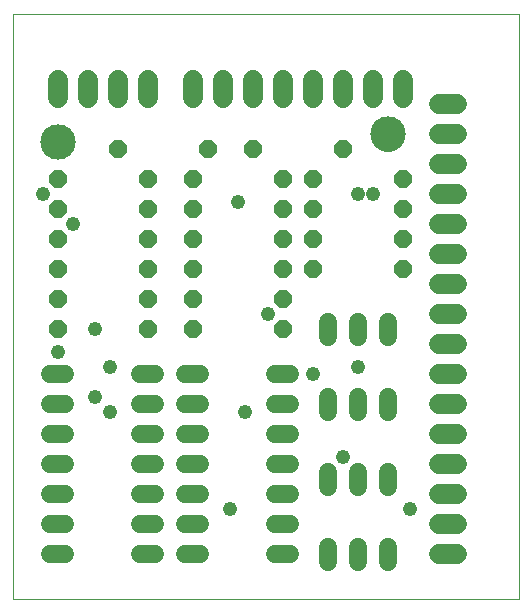
<source format=gts>
G75*
%MOIN*%
%OFA0B0*%
%FSLAX25Y25*%
%IPPOS*%
%LPD*%
%AMOC8*
5,1,8,0,0,1.08239X$1,22.5*
%
%ADD10C,0.00000*%
%ADD11C,0.11824*%
%ADD12C,0.06000*%
%ADD13OC8,0.06000*%
%ADD14C,0.06800*%
%ADD15C,0.04800*%
D10*
X0001000Y0001000D02*
X0001000Y0195961D01*
X0169701Y0195961D01*
X0169701Y0001000D01*
X0001000Y0001000D01*
X0010488Y0153500D02*
X0010490Y0153648D01*
X0010496Y0153796D01*
X0010506Y0153944D01*
X0010520Y0154091D01*
X0010538Y0154238D01*
X0010559Y0154384D01*
X0010585Y0154530D01*
X0010615Y0154675D01*
X0010648Y0154819D01*
X0010686Y0154962D01*
X0010727Y0155104D01*
X0010772Y0155245D01*
X0010820Y0155385D01*
X0010873Y0155524D01*
X0010929Y0155661D01*
X0010989Y0155796D01*
X0011052Y0155930D01*
X0011119Y0156062D01*
X0011190Y0156192D01*
X0011264Y0156320D01*
X0011341Y0156446D01*
X0011422Y0156570D01*
X0011506Y0156692D01*
X0011593Y0156811D01*
X0011684Y0156928D01*
X0011778Y0157043D01*
X0011874Y0157155D01*
X0011974Y0157265D01*
X0012076Y0157371D01*
X0012182Y0157475D01*
X0012290Y0157576D01*
X0012401Y0157674D01*
X0012514Y0157770D01*
X0012630Y0157862D01*
X0012748Y0157951D01*
X0012869Y0158036D01*
X0012992Y0158119D01*
X0013117Y0158198D01*
X0013244Y0158274D01*
X0013373Y0158346D01*
X0013504Y0158415D01*
X0013637Y0158480D01*
X0013772Y0158541D01*
X0013908Y0158599D01*
X0014045Y0158654D01*
X0014184Y0158704D01*
X0014325Y0158751D01*
X0014466Y0158794D01*
X0014609Y0158834D01*
X0014753Y0158869D01*
X0014897Y0158901D01*
X0015043Y0158928D01*
X0015189Y0158952D01*
X0015336Y0158972D01*
X0015483Y0158988D01*
X0015630Y0159000D01*
X0015778Y0159008D01*
X0015926Y0159012D01*
X0016074Y0159012D01*
X0016222Y0159008D01*
X0016370Y0159000D01*
X0016517Y0158988D01*
X0016664Y0158972D01*
X0016811Y0158952D01*
X0016957Y0158928D01*
X0017103Y0158901D01*
X0017247Y0158869D01*
X0017391Y0158834D01*
X0017534Y0158794D01*
X0017675Y0158751D01*
X0017816Y0158704D01*
X0017955Y0158654D01*
X0018092Y0158599D01*
X0018228Y0158541D01*
X0018363Y0158480D01*
X0018496Y0158415D01*
X0018627Y0158346D01*
X0018756Y0158274D01*
X0018883Y0158198D01*
X0019008Y0158119D01*
X0019131Y0158036D01*
X0019252Y0157951D01*
X0019370Y0157862D01*
X0019486Y0157770D01*
X0019599Y0157674D01*
X0019710Y0157576D01*
X0019818Y0157475D01*
X0019924Y0157371D01*
X0020026Y0157265D01*
X0020126Y0157155D01*
X0020222Y0157043D01*
X0020316Y0156928D01*
X0020407Y0156811D01*
X0020494Y0156692D01*
X0020578Y0156570D01*
X0020659Y0156446D01*
X0020736Y0156320D01*
X0020810Y0156192D01*
X0020881Y0156062D01*
X0020948Y0155930D01*
X0021011Y0155796D01*
X0021071Y0155661D01*
X0021127Y0155524D01*
X0021180Y0155385D01*
X0021228Y0155245D01*
X0021273Y0155104D01*
X0021314Y0154962D01*
X0021352Y0154819D01*
X0021385Y0154675D01*
X0021415Y0154530D01*
X0021441Y0154384D01*
X0021462Y0154238D01*
X0021480Y0154091D01*
X0021494Y0153944D01*
X0021504Y0153796D01*
X0021510Y0153648D01*
X0021512Y0153500D01*
X0021510Y0153352D01*
X0021504Y0153204D01*
X0021494Y0153056D01*
X0021480Y0152909D01*
X0021462Y0152762D01*
X0021441Y0152616D01*
X0021415Y0152470D01*
X0021385Y0152325D01*
X0021352Y0152181D01*
X0021314Y0152038D01*
X0021273Y0151896D01*
X0021228Y0151755D01*
X0021180Y0151615D01*
X0021127Y0151476D01*
X0021071Y0151339D01*
X0021011Y0151204D01*
X0020948Y0151070D01*
X0020881Y0150938D01*
X0020810Y0150808D01*
X0020736Y0150680D01*
X0020659Y0150554D01*
X0020578Y0150430D01*
X0020494Y0150308D01*
X0020407Y0150189D01*
X0020316Y0150072D01*
X0020222Y0149957D01*
X0020126Y0149845D01*
X0020026Y0149735D01*
X0019924Y0149629D01*
X0019818Y0149525D01*
X0019710Y0149424D01*
X0019599Y0149326D01*
X0019486Y0149230D01*
X0019370Y0149138D01*
X0019252Y0149049D01*
X0019131Y0148964D01*
X0019008Y0148881D01*
X0018883Y0148802D01*
X0018756Y0148726D01*
X0018627Y0148654D01*
X0018496Y0148585D01*
X0018363Y0148520D01*
X0018228Y0148459D01*
X0018092Y0148401D01*
X0017955Y0148346D01*
X0017816Y0148296D01*
X0017675Y0148249D01*
X0017534Y0148206D01*
X0017391Y0148166D01*
X0017247Y0148131D01*
X0017103Y0148099D01*
X0016957Y0148072D01*
X0016811Y0148048D01*
X0016664Y0148028D01*
X0016517Y0148012D01*
X0016370Y0148000D01*
X0016222Y0147992D01*
X0016074Y0147988D01*
X0015926Y0147988D01*
X0015778Y0147992D01*
X0015630Y0148000D01*
X0015483Y0148012D01*
X0015336Y0148028D01*
X0015189Y0148048D01*
X0015043Y0148072D01*
X0014897Y0148099D01*
X0014753Y0148131D01*
X0014609Y0148166D01*
X0014466Y0148206D01*
X0014325Y0148249D01*
X0014184Y0148296D01*
X0014045Y0148346D01*
X0013908Y0148401D01*
X0013772Y0148459D01*
X0013637Y0148520D01*
X0013504Y0148585D01*
X0013373Y0148654D01*
X0013244Y0148726D01*
X0013117Y0148802D01*
X0012992Y0148881D01*
X0012869Y0148964D01*
X0012748Y0149049D01*
X0012630Y0149138D01*
X0012514Y0149230D01*
X0012401Y0149326D01*
X0012290Y0149424D01*
X0012182Y0149525D01*
X0012076Y0149629D01*
X0011974Y0149735D01*
X0011874Y0149845D01*
X0011778Y0149957D01*
X0011684Y0150072D01*
X0011593Y0150189D01*
X0011506Y0150308D01*
X0011422Y0150430D01*
X0011341Y0150554D01*
X0011264Y0150680D01*
X0011190Y0150808D01*
X0011119Y0150938D01*
X0011052Y0151070D01*
X0010989Y0151204D01*
X0010929Y0151339D01*
X0010873Y0151476D01*
X0010820Y0151615D01*
X0010772Y0151755D01*
X0010727Y0151896D01*
X0010686Y0152038D01*
X0010648Y0152181D01*
X0010615Y0152325D01*
X0010585Y0152470D01*
X0010559Y0152616D01*
X0010538Y0152762D01*
X0010520Y0152909D01*
X0010506Y0153056D01*
X0010496Y0153204D01*
X0010490Y0153352D01*
X0010488Y0153500D01*
X0120488Y0156000D02*
X0120490Y0156148D01*
X0120496Y0156296D01*
X0120506Y0156444D01*
X0120520Y0156591D01*
X0120538Y0156738D01*
X0120559Y0156884D01*
X0120585Y0157030D01*
X0120615Y0157175D01*
X0120648Y0157319D01*
X0120686Y0157462D01*
X0120727Y0157604D01*
X0120772Y0157745D01*
X0120820Y0157885D01*
X0120873Y0158024D01*
X0120929Y0158161D01*
X0120989Y0158296D01*
X0121052Y0158430D01*
X0121119Y0158562D01*
X0121190Y0158692D01*
X0121264Y0158820D01*
X0121341Y0158946D01*
X0121422Y0159070D01*
X0121506Y0159192D01*
X0121593Y0159311D01*
X0121684Y0159428D01*
X0121778Y0159543D01*
X0121874Y0159655D01*
X0121974Y0159765D01*
X0122076Y0159871D01*
X0122182Y0159975D01*
X0122290Y0160076D01*
X0122401Y0160174D01*
X0122514Y0160270D01*
X0122630Y0160362D01*
X0122748Y0160451D01*
X0122869Y0160536D01*
X0122992Y0160619D01*
X0123117Y0160698D01*
X0123244Y0160774D01*
X0123373Y0160846D01*
X0123504Y0160915D01*
X0123637Y0160980D01*
X0123772Y0161041D01*
X0123908Y0161099D01*
X0124045Y0161154D01*
X0124184Y0161204D01*
X0124325Y0161251D01*
X0124466Y0161294D01*
X0124609Y0161334D01*
X0124753Y0161369D01*
X0124897Y0161401D01*
X0125043Y0161428D01*
X0125189Y0161452D01*
X0125336Y0161472D01*
X0125483Y0161488D01*
X0125630Y0161500D01*
X0125778Y0161508D01*
X0125926Y0161512D01*
X0126074Y0161512D01*
X0126222Y0161508D01*
X0126370Y0161500D01*
X0126517Y0161488D01*
X0126664Y0161472D01*
X0126811Y0161452D01*
X0126957Y0161428D01*
X0127103Y0161401D01*
X0127247Y0161369D01*
X0127391Y0161334D01*
X0127534Y0161294D01*
X0127675Y0161251D01*
X0127816Y0161204D01*
X0127955Y0161154D01*
X0128092Y0161099D01*
X0128228Y0161041D01*
X0128363Y0160980D01*
X0128496Y0160915D01*
X0128627Y0160846D01*
X0128756Y0160774D01*
X0128883Y0160698D01*
X0129008Y0160619D01*
X0129131Y0160536D01*
X0129252Y0160451D01*
X0129370Y0160362D01*
X0129486Y0160270D01*
X0129599Y0160174D01*
X0129710Y0160076D01*
X0129818Y0159975D01*
X0129924Y0159871D01*
X0130026Y0159765D01*
X0130126Y0159655D01*
X0130222Y0159543D01*
X0130316Y0159428D01*
X0130407Y0159311D01*
X0130494Y0159192D01*
X0130578Y0159070D01*
X0130659Y0158946D01*
X0130736Y0158820D01*
X0130810Y0158692D01*
X0130881Y0158562D01*
X0130948Y0158430D01*
X0131011Y0158296D01*
X0131071Y0158161D01*
X0131127Y0158024D01*
X0131180Y0157885D01*
X0131228Y0157745D01*
X0131273Y0157604D01*
X0131314Y0157462D01*
X0131352Y0157319D01*
X0131385Y0157175D01*
X0131415Y0157030D01*
X0131441Y0156884D01*
X0131462Y0156738D01*
X0131480Y0156591D01*
X0131494Y0156444D01*
X0131504Y0156296D01*
X0131510Y0156148D01*
X0131512Y0156000D01*
X0131510Y0155852D01*
X0131504Y0155704D01*
X0131494Y0155556D01*
X0131480Y0155409D01*
X0131462Y0155262D01*
X0131441Y0155116D01*
X0131415Y0154970D01*
X0131385Y0154825D01*
X0131352Y0154681D01*
X0131314Y0154538D01*
X0131273Y0154396D01*
X0131228Y0154255D01*
X0131180Y0154115D01*
X0131127Y0153976D01*
X0131071Y0153839D01*
X0131011Y0153704D01*
X0130948Y0153570D01*
X0130881Y0153438D01*
X0130810Y0153308D01*
X0130736Y0153180D01*
X0130659Y0153054D01*
X0130578Y0152930D01*
X0130494Y0152808D01*
X0130407Y0152689D01*
X0130316Y0152572D01*
X0130222Y0152457D01*
X0130126Y0152345D01*
X0130026Y0152235D01*
X0129924Y0152129D01*
X0129818Y0152025D01*
X0129710Y0151924D01*
X0129599Y0151826D01*
X0129486Y0151730D01*
X0129370Y0151638D01*
X0129252Y0151549D01*
X0129131Y0151464D01*
X0129008Y0151381D01*
X0128883Y0151302D01*
X0128756Y0151226D01*
X0128627Y0151154D01*
X0128496Y0151085D01*
X0128363Y0151020D01*
X0128228Y0150959D01*
X0128092Y0150901D01*
X0127955Y0150846D01*
X0127816Y0150796D01*
X0127675Y0150749D01*
X0127534Y0150706D01*
X0127391Y0150666D01*
X0127247Y0150631D01*
X0127103Y0150599D01*
X0126957Y0150572D01*
X0126811Y0150548D01*
X0126664Y0150528D01*
X0126517Y0150512D01*
X0126370Y0150500D01*
X0126222Y0150492D01*
X0126074Y0150488D01*
X0125926Y0150488D01*
X0125778Y0150492D01*
X0125630Y0150500D01*
X0125483Y0150512D01*
X0125336Y0150528D01*
X0125189Y0150548D01*
X0125043Y0150572D01*
X0124897Y0150599D01*
X0124753Y0150631D01*
X0124609Y0150666D01*
X0124466Y0150706D01*
X0124325Y0150749D01*
X0124184Y0150796D01*
X0124045Y0150846D01*
X0123908Y0150901D01*
X0123772Y0150959D01*
X0123637Y0151020D01*
X0123504Y0151085D01*
X0123373Y0151154D01*
X0123244Y0151226D01*
X0123117Y0151302D01*
X0122992Y0151381D01*
X0122869Y0151464D01*
X0122748Y0151549D01*
X0122630Y0151638D01*
X0122514Y0151730D01*
X0122401Y0151826D01*
X0122290Y0151924D01*
X0122182Y0152025D01*
X0122076Y0152129D01*
X0121974Y0152235D01*
X0121874Y0152345D01*
X0121778Y0152457D01*
X0121684Y0152572D01*
X0121593Y0152689D01*
X0121506Y0152808D01*
X0121422Y0152930D01*
X0121341Y0153054D01*
X0121264Y0153180D01*
X0121190Y0153308D01*
X0121119Y0153438D01*
X0121052Y0153570D01*
X0120989Y0153704D01*
X0120929Y0153839D01*
X0120873Y0153976D01*
X0120820Y0154115D01*
X0120772Y0154255D01*
X0120727Y0154396D01*
X0120686Y0154538D01*
X0120648Y0154681D01*
X0120615Y0154825D01*
X0120585Y0154970D01*
X0120559Y0155116D01*
X0120538Y0155262D01*
X0120520Y0155409D01*
X0120506Y0155556D01*
X0120496Y0155704D01*
X0120490Y0155852D01*
X0120488Y0156000D01*
D11*
X0126000Y0156000D03*
X0016000Y0153500D03*
D12*
X0013400Y0076000D02*
X0018600Y0076000D01*
X0018600Y0066000D02*
X0013400Y0066000D01*
X0013400Y0056000D02*
X0018600Y0056000D01*
X0018600Y0046000D02*
X0013400Y0046000D01*
X0013400Y0036000D02*
X0018600Y0036000D01*
X0018600Y0026000D02*
X0013400Y0026000D01*
X0013400Y0016000D02*
X0018600Y0016000D01*
X0043400Y0016000D02*
X0048600Y0016000D01*
X0048600Y0026000D02*
X0043400Y0026000D01*
X0043400Y0036000D02*
X0048600Y0036000D01*
X0048600Y0046000D02*
X0043400Y0046000D01*
X0043400Y0056000D02*
X0048600Y0056000D01*
X0048600Y0066000D02*
X0043400Y0066000D01*
X0043400Y0076000D02*
X0048600Y0076000D01*
X0058400Y0076000D02*
X0063600Y0076000D01*
X0063600Y0066000D02*
X0058400Y0066000D01*
X0058400Y0056000D02*
X0063600Y0056000D01*
X0063600Y0046000D02*
X0058400Y0046000D01*
X0058400Y0036000D02*
X0063600Y0036000D01*
X0063600Y0026000D02*
X0058400Y0026000D01*
X0058400Y0016000D02*
X0063600Y0016000D01*
X0088400Y0016000D02*
X0093600Y0016000D01*
X0093600Y0026000D02*
X0088400Y0026000D01*
X0088400Y0036000D02*
X0093600Y0036000D01*
X0093600Y0046000D02*
X0088400Y0046000D01*
X0088400Y0056000D02*
X0093600Y0056000D01*
X0093600Y0066000D02*
X0088400Y0066000D01*
X0088400Y0076000D02*
X0093600Y0076000D01*
X0106000Y0068600D02*
X0106000Y0063400D01*
X0116000Y0063400D02*
X0116000Y0068600D01*
X0126000Y0068600D02*
X0126000Y0063400D01*
X0126000Y0043600D02*
X0126000Y0038400D01*
X0116000Y0038400D02*
X0116000Y0043600D01*
X0106000Y0043600D02*
X0106000Y0038400D01*
X0106000Y0018600D02*
X0106000Y0013400D01*
X0116000Y0013400D02*
X0116000Y0018600D01*
X0126000Y0018600D02*
X0126000Y0013400D01*
X0126000Y0088400D02*
X0126000Y0093600D01*
X0116000Y0093600D02*
X0116000Y0088400D01*
X0106000Y0088400D02*
X0106000Y0093600D01*
D13*
X0091000Y0091000D03*
X0091000Y0101000D03*
X0091000Y0111000D03*
X0091000Y0121000D03*
X0091000Y0131000D03*
X0091000Y0141000D03*
X0101000Y0141000D03*
X0101000Y0131000D03*
X0101000Y0121000D03*
X0101000Y0111000D03*
X0131000Y0111000D03*
X0131000Y0121000D03*
X0131000Y0131000D03*
X0131000Y0141000D03*
X0111000Y0151000D03*
X0081000Y0151000D03*
X0066000Y0151000D03*
X0061000Y0141000D03*
X0061000Y0131000D03*
X0061000Y0121000D03*
X0061000Y0111000D03*
X0061000Y0101000D03*
X0061000Y0091000D03*
X0046000Y0091000D03*
X0046000Y0101000D03*
X0046000Y0111000D03*
X0046000Y0121000D03*
X0046000Y0131000D03*
X0046000Y0141000D03*
X0036000Y0151000D03*
X0016000Y0141000D03*
X0016000Y0131000D03*
X0016000Y0121000D03*
X0016000Y0111000D03*
X0016000Y0101000D03*
X0016000Y0091000D03*
D14*
X0016000Y0168000D02*
X0016000Y0174000D01*
X0026000Y0174000D02*
X0026000Y0168000D01*
X0036000Y0168000D02*
X0036000Y0174000D01*
X0046000Y0174000D02*
X0046000Y0168000D01*
X0061000Y0168000D02*
X0061000Y0174000D01*
X0071000Y0174000D02*
X0071000Y0168000D01*
X0081000Y0168000D02*
X0081000Y0174000D01*
X0091000Y0174000D02*
X0091000Y0168000D01*
X0101000Y0168000D02*
X0101000Y0174000D01*
X0111000Y0174000D02*
X0111000Y0168000D01*
X0121000Y0168000D02*
X0121000Y0174000D01*
X0131000Y0174000D02*
X0131000Y0168000D01*
X0143000Y0166000D02*
X0149000Y0166000D01*
X0149000Y0156000D02*
X0143000Y0156000D01*
X0143000Y0146000D02*
X0149000Y0146000D01*
X0149000Y0136000D02*
X0143000Y0136000D01*
X0143000Y0126000D02*
X0149000Y0126000D01*
X0149000Y0116000D02*
X0143000Y0116000D01*
X0143000Y0106000D02*
X0149000Y0106000D01*
X0149000Y0096000D02*
X0143000Y0096000D01*
X0143000Y0086000D02*
X0149000Y0086000D01*
X0149000Y0076000D02*
X0143000Y0076000D01*
X0143000Y0066000D02*
X0149000Y0066000D01*
X0149000Y0056000D02*
X0143000Y0056000D01*
X0143000Y0046000D02*
X0149000Y0046000D01*
X0149000Y0036000D02*
X0143000Y0036000D01*
X0143000Y0026000D02*
X0149000Y0026000D01*
X0149000Y0016000D02*
X0143000Y0016000D01*
D15*
X0133500Y0031000D03*
X0111000Y0048500D03*
X0101000Y0076000D03*
X0116000Y0078500D03*
X0086000Y0096000D03*
X0078500Y0063500D03*
X0073500Y0031000D03*
X0033500Y0063500D03*
X0028500Y0068500D03*
X0033500Y0078500D03*
X0028500Y0091000D03*
X0016000Y0083500D03*
X0021000Y0126000D03*
X0011000Y0136000D03*
X0076000Y0133500D03*
X0116000Y0136000D03*
X0121000Y0136000D03*
M02*

</source>
